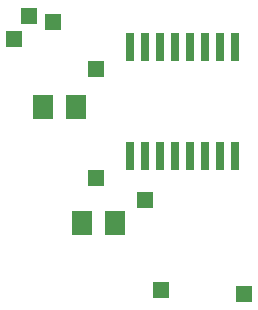
<source format=gts>
%FSLAX43Y43*%
%MOMM*%
G71*
G01*
G75*
%ADD10R,0.600X2.150*%
%ADD11R,1.600X1.800*%
%ADD12C,0.400*%
%ADD13C,0.254*%
%ADD14R,1.200X1.200*%
%ADD15R,0.803X2.353*%
%ADD16R,1.803X2.003*%
%ADD17R,1.403X1.403*%
D15*
X37570Y77275D02*
D03*
X36300D02*
D03*
X35030D02*
D03*
X33760D02*
D03*
X32490D02*
D03*
X31220D02*
D03*
X29950D02*
D03*
X28680D02*
D03*
X37570Y68025D02*
D03*
X36300D02*
D03*
X35030D02*
D03*
X33760D02*
D03*
X32490D02*
D03*
X31220D02*
D03*
X29950D02*
D03*
X28680D02*
D03*
D16*
X21325Y72200D02*
D03*
X24125D02*
D03*
X27475Y62350D02*
D03*
X24675D02*
D03*
D17*
X18925Y77975D02*
D03*
X30000Y64325D02*
D03*
X20175Y79925D02*
D03*
X25825Y66225D02*
D03*
X38350Y56350D02*
D03*
X31350Y56700D02*
D03*
X25850Y75400D02*
D03*
X22225Y79425D02*
D03*
M02*

</source>
